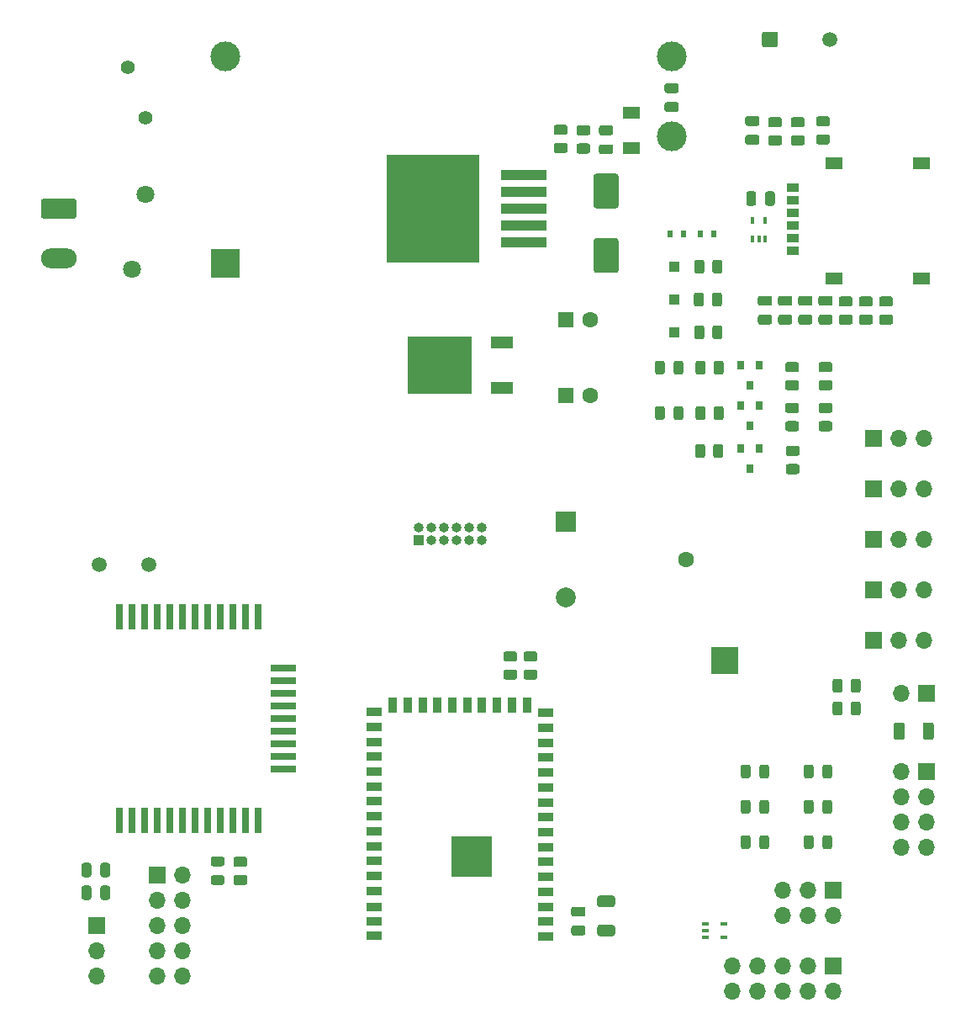
<source format=gts>
%TF.GenerationSoftware,KiCad,Pcbnew,5.1.10-88a1d61d58~90~ubuntu20.04.1*%
%TF.CreationDate,2021-10-12T23:05:44+03:00*%
%TF.ProjectId,Schematic,53636865-6d61-4746-9963-2e6b69636164,rev?*%
%TF.SameCoordinates,Original*%
%TF.FileFunction,Soldermask,Top*%
%TF.FilePolarity,Negative*%
%FSLAX46Y46*%
G04 Gerber Fmt 4.6, Leading zero omitted, Abs format (unit mm)*
G04 Created by KiCad (PCBNEW 5.1.10-88a1d61d58~90~ubuntu20.04.1) date 2021-10-12 23:05:44*
%MOMM*%
%LPD*%
G01*
G04 APERTURE LIST*
%ADD10R,1.800000X1.300000*%
%ADD11R,1.200000X0.900000*%
%ADD12R,1.500000X0.900000*%
%ADD13R,0.900000X1.500000*%
%ADD14R,4.100000X4.100000*%
%ADD15C,1.600000*%
%ADD16R,1.600000X1.600000*%
%ADD17R,3.000000X3.000000*%
%ADD18C,3.000000*%
%ADD19R,0.600000X0.700000*%
%ADD20R,1.000000X1.000000*%
%ADD21O,1.700000X1.700000*%
%ADD22R,1.700000X1.700000*%
%ADD23R,0.650000X0.400000*%
%ADD24O,1.000000X1.000000*%
%ADD25R,9.400000X10.800000*%
%ADD26R,4.600000X1.100000*%
%ADD27R,0.800000X0.900000*%
%ADD28R,0.400000X0.650000*%
%ADD29R,1.700000X1.300000*%
%ADD30C,1.500000*%
%ADD31R,6.400000X5.800000*%
%ADD32R,2.200000X1.200000*%
%ADD33R,2.600000X0.700000*%
%ADD34R,0.700000X2.600000*%
%ADD35C,1.800000*%
%ADD36O,3.600000X2.000000*%
%ADD37C,1.400000*%
%ADD38C,2.000000*%
%ADD39R,2.000000X2.000000*%
%ADD40R,2.700000X2.700000*%
G04 APERTURE END LIST*
D10*
X183986000Y-62992000D03*
X183986000Y-74592000D03*
X192786000Y-62992000D03*
D11*
X179830000Y-65452000D03*
X179830000Y-66722000D03*
X179830000Y-67992000D03*
X179830000Y-69262000D03*
X179830000Y-70532000D03*
X179830000Y-71802000D03*
D10*
X192786000Y-74592000D03*
D12*
X154929000Y-140807000D03*
X154929000Y-119807000D03*
X154929000Y-118307000D03*
D13*
X153054000Y-117557000D03*
X151554000Y-117557000D03*
X150054000Y-117557000D03*
X148554000Y-117557000D03*
X147054000Y-117557000D03*
X145554000Y-117557000D03*
X144054000Y-117557000D03*
X142554000Y-117557000D03*
D12*
X154929000Y-139307000D03*
X154929000Y-137807000D03*
X154929000Y-136307000D03*
X154929000Y-134807000D03*
X154929000Y-133307000D03*
X154929000Y-131807000D03*
X154929000Y-130307000D03*
X154929000Y-128807000D03*
X154929000Y-127307000D03*
X154929000Y-125807000D03*
X154929000Y-124307000D03*
X154929000Y-122807000D03*
X154929000Y-121307000D03*
X137679000Y-134707000D03*
X137679000Y-133207000D03*
X137679000Y-131707000D03*
X137679000Y-130207000D03*
X137679000Y-128707000D03*
X137679000Y-127207000D03*
X137679000Y-125707000D03*
X137679000Y-124207000D03*
X137679000Y-122707000D03*
X137679000Y-121207000D03*
X137679000Y-119707000D03*
X137679000Y-118207000D03*
D13*
X139554000Y-117557000D03*
X141054000Y-117557000D03*
D12*
X137679000Y-136207000D03*
X137679000Y-137807000D03*
X137679000Y-139307000D03*
X137679000Y-140707000D03*
D14*
X147494000Y-132767000D03*
D15*
X159472000Y-78740000D03*
D16*
X156972000Y-78740000D03*
D15*
X159472000Y-86360000D03*
D16*
X156972000Y-86360000D03*
D17*
X122688000Y-73064000D03*
D18*
X167688000Y-60264000D03*
X122688000Y-52264000D03*
X167688000Y-52264000D03*
G36*
G01*
X160036000Y-70536000D02*
X162036000Y-70536000D01*
G75*
G02*
X162286000Y-70786000I0J-250000D01*
G01*
X162286000Y-73786000D01*
G75*
G02*
X162036000Y-74036000I-250000J0D01*
G01*
X160036000Y-74036000D01*
G75*
G02*
X159786000Y-73786000I0J250000D01*
G01*
X159786000Y-70786000D01*
G75*
G02*
X160036000Y-70536000I250000J0D01*
G01*
G37*
G36*
G01*
X160036000Y-64036000D02*
X162036000Y-64036000D01*
G75*
G02*
X162286000Y-64286000I0J-250000D01*
G01*
X162286000Y-67286000D01*
G75*
G02*
X162036000Y-67536000I-250000J0D01*
G01*
X160036000Y-67536000D01*
G75*
G02*
X159786000Y-67286000I0J250000D01*
G01*
X159786000Y-64286000D01*
G75*
G02*
X160036000Y-64036000I250000J0D01*
G01*
G37*
G36*
G01*
X176146000Y-66073000D02*
X176146000Y-67023000D01*
G75*
G02*
X175896000Y-67273000I-250000J0D01*
G01*
X175396000Y-67273000D01*
G75*
G02*
X175146000Y-67023000I0J250000D01*
G01*
X175146000Y-66073000D01*
G75*
G02*
X175396000Y-65823000I250000J0D01*
G01*
X175896000Y-65823000D01*
G75*
G02*
X176146000Y-66073000I0J-250000D01*
G01*
G37*
G36*
G01*
X178046000Y-66073000D02*
X178046000Y-67023000D01*
G75*
G02*
X177796000Y-67273000I-250000J0D01*
G01*
X177296000Y-67273000D01*
G75*
G02*
X177046000Y-67023000I0J250000D01*
G01*
X177046000Y-66073000D01*
G75*
G02*
X177296000Y-65823000I250000J0D01*
G01*
X177796000Y-65823000D01*
G75*
G02*
X178046000Y-66073000I0J-250000D01*
G01*
G37*
D19*
X168848000Y-70104000D03*
X167448000Y-70104000D03*
X171896000Y-70104000D03*
X170496000Y-70104000D03*
D20*
X167894000Y-80010000D03*
X167894000Y-76708000D03*
X167894000Y-73406000D03*
D21*
X193012000Y-90678000D03*
X190472000Y-90678000D03*
D22*
X187932000Y-90678000D03*
D21*
X109728000Y-144780000D03*
X109728000Y-142240000D03*
D22*
X109728000Y-139700000D03*
D23*
X172908000Y-139558000D03*
X172908000Y-140858000D03*
X171008000Y-140208000D03*
X171008000Y-140858000D03*
X171008000Y-139558000D03*
D24*
X148528000Y-99664000D03*
X148528000Y-100934000D03*
X147258000Y-99664000D03*
X147258000Y-100934000D03*
X145988000Y-99664000D03*
X145988000Y-100934000D03*
X144718000Y-99664000D03*
X144718000Y-100934000D03*
X143448000Y-99664000D03*
X143448000Y-100934000D03*
X142178000Y-99664000D03*
D20*
X142178000Y-100934000D03*
D25*
X143625000Y-67564000D03*
D26*
X152775000Y-64164000D03*
X152775000Y-65864000D03*
X152775000Y-67564000D03*
X152775000Y-69264000D03*
X152775000Y-70964000D03*
G36*
G01*
X171699500Y-77158001D02*
X171699500Y-76257999D01*
G75*
G02*
X171949499Y-76008000I249999J0D01*
G01*
X172474501Y-76008000D01*
G75*
G02*
X172724500Y-76257999I0J-249999D01*
G01*
X172724500Y-77158001D01*
G75*
G02*
X172474501Y-77408000I-249999J0D01*
G01*
X171949499Y-77408000D01*
G75*
G02*
X171699500Y-77158001I0J249999D01*
G01*
G37*
G36*
G01*
X169874500Y-77158001D02*
X169874500Y-76257999D01*
G75*
G02*
X170124499Y-76008000I249999J0D01*
G01*
X170649501Y-76008000D01*
G75*
G02*
X170899500Y-76257999I0J-249999D01*
G01*
X170899500Y-77158001D01*
G75*
G02*
X170649501Y-77408000I-249999J0D01*
G01*
X170124499Y-77408000D01*
G75*
G02*
X169874500Y-77158001I0J249999D01*
G01*
G37*
G36*
G01*
X171746500Y-73856001D02*
X171746500Y-72955999D01*
G75*
G02*
X171996499Y-72706000I249999J0D01*
G01*
X172521501Y-72706000D01*
G75*
G02*
X172771500Y-72955999I0J-249999D01*
G01*
X172771500Y-73856001D01*
G75*
G02*
X172521501Y-74106000I-249999J0D01*
G01*
X171996499Y-74106000D01*
G75*
G02*
X171746500Y-73856001I0J249999D01*
G01*
G37*
G36*
G01*
X169921500Y-73856001D02*
X169921500Y-72955999D01*
G75*
G02*
X170171499Y-72706000I249999J0D01*
G01*
X170696501Y-72706000D01*
G75*
G02*
X170946500Y-72955999I0J-249999D01*
G01*
X170946500Y-73856001D01*
G75*
G02*
X170696501Y-74106000I-249999J0D01*
G01*
X170171499Y-74106000D01*
G75*
G02*
X169921500Y-73856001I0J249999D01*
G01*
G37*
G36*
G01*
X180790001Y-59393500D02*
X179889999Y-59393500D01*
G75*
G02*
X179640000Y-59143501I0J249999D01*
G01*
X179640000Y-58618499D01*
G75*
G02*
X179889999Y-58368500I249999J0D01*
G01*
X180790001Y-58368500D01*
G75*
G02*
X181040000Y-58618499I0J-249999D01*
G01*
X181040000Y-59143501D01*
G75*
G02*
X180790001Y-59393500I-249999J0D01*
G01*
G37*
G36*
G01*
X180790001Y-61218500D02*
X179889999Y-61218500D01*
G75*
G02*
X179640000Y-60968501I0J249999D01*
G01*
X179640000Y-60443499D01*
G75*
G02*
X179889999Y-60193500I249999J0D01*
G01*
X180790001Y-60193500D01*
G75*
G02*
X181040000Y-60443499I0J-249999D01*
G01*
X181040000Y-60968501D01*
G75*
G02*
X180790001Y-61218500I-249999J0D01*
G01*
G37*
G36*
G01*
X183330001Y-59290000D02*
X182429999Y-59290000D01*
G75*
G02*
X182180000Y-59040001I0J249999D01*
G01*
X182180000Y-58514999D01*
G75*
G02*
X182429999Y-58265000I249999J0D01*
G01*
X183330001Y-58265000D01*
G75*
G02*
X183580000Y-58514999I0J-249999D01*
G01*
X183580000Y-59040001D01*
G75*
G02*
X183330001Y-59290000I-249999J0D01*
G01*
G37*
G36*
G01*
X183330001Y-61115000D02*
X182429999Y-61115000D01*
G75*
G02*
X182180000Y-60865001I0J249999D01*
G01*
X182180000Y-60339999D01*
G75*
G02*
X182429999Y-60090000I249999J0D01*
G01*
X183330001Y-60090000D01*
G75*
G02*
X183580000Y-60339999I0J-249999D01*
G01*
X183580000Y-60865001D01*
G75*
G02*
X183330001Y-61115000I-249999J0D01*
G01*
G37*
G36*
G01*
X170946500Y-79559999D02*
X170946500Y-80460001D01*
G75*
G02*
X170696501Y-80710000I-249999J0D01*
G01*
X170171499Y-80710000D01*
G75*
G02*
X169921500Y-80460001I0J249999D01*
G01*
X169921500Y-79559999D01*
G75*
G02*
X170171499Y-79310000I249999J0D01*
G01*
X170696501Y-79310000D01*
G75*
G02*
X170946500Y-79559999I0J-249999D01*
G01*
G37*
G36*
G01*
X172771500Y-79559999D02*
X172771500Y-80460001D01*
G75*
G02*
X172521501Y-80710000I-249999J0D01*
G01*
X171996499Y-80710000D01*
G75*
G02*
X171746500Y-80460001I0J249999D01*
G01*
X171746500Y-79559999D01*
G75*
G02*
X171996499Y-79310000I249999J0D01*
G01*
X172521501Y-79310000D01*
G75*
G02*
X172771500Y-79559999I0J-249999D01*
G01*
G37*
G36*
G01*
X178504001Y-59393500D02*
X177603999Y-59393500D01*
G75*
G02*
X177354000Y-59143501I0J249999D01*
G01*
X177354000Y-58618499D01*
G75*
G02*
X177603999Y-58368500I249999J0D01*
G01*
X178504001Y-58368500D01*
G75*
G02*
X178754000Y-58618499I0J-249999D01*
G01*
X178754000Y-59143501D01*
G75*
G02*
X178504001Y-59393500I-249999J0D01*
G01*
G37*
G36*
G01*
X178504001Y-61218500D02*
X177603999Y-61218500D01*
G75*
G02*
X177354000Y-60968501I0J249999D01*
G01*
X177354000Y-60443499D01*
G75*
G02*
X177603999Y-60193500I249999J0D01*
G01*
X178504001Y-60193500D01*
G75*
G02*
X178754000Y-60443499I0J-249999D01*
G01*
X178754000Y-60968501D01*
G75*
G02*
X178504001Y-61218500I-249999J0D01*
G01*
G37*
G36*
G01*
X189680001Y-77427500D02*
X188779999Y-77427500D01*
G75*
G02*
X188530000Y-77177501I0J249999D01*
G01*
X188530000Y-76652499D01*
G75*
G02*
X188779999Y-76402500I249999J0D01*
G01*
X189680001Y-76402500D01*
G75*
G02*
X189930000Y-76652499I0J-249999D01*
G01*
X189930000Y-77177501D01*
G75*
G02*
X189680001Y-77427500I-249999J0D01*
G01*
G37*
G36*
G01*
X189680001Y-79252500D02*
X188779999Y-79252500D01*
G75*
G02*
X188530000Y-79002501I0J249999D01*
G01*
X188530000Y-78477499D01*
G75*
G02*
X188779999Y-78227500I249999J0D01*
G01*
X189680001Y-78227500D01*
G75*
G02*
X189930000Y-78477499I0J-249999D01*
G01*
X189930000Y-79002501D01*
G75*
G02*
X189680001Y-79252500I-249999J0D01*
G01*
G37*
G36*
G01*
X185616001Y-77427500D02*
X184715999Y-77427500D01*
G75*
G02*
X184466000Y-77177501I0J249999D01*
G01*
X184466000Y-76652499D01*
G75*
G02*
X184715999Y-76402500I249999J0D01*
G01*
X185616001Y-76402500D01*
G75*
G02*
X185866000Y-76652499I0J-249999D01*
G01*
X185866000Y-77177501D01*
G75*
G02*
X185616001Y-77427500I-249999J0D01*
G01*
G37*
G36*
G01*
X185616001Y-79252500D02*
X184715999Y-79252500D01*
G75*
G02*
X184466000Y-79002501I0J249999D01*
G01*
X184466000Y-78477499D01*
G75*
G02*
X184715999Y-78227500I249999J0D01*
G01*
X185616001Y-78227500D01*
G75*
G02*
X185866000Y-78477499I0J-249999D01*
G01*
X185866000Y-79002501D01*
G75*
G02*
X185616001Y-79252500I-249999J0D01*
G01*
G37*
G36*
G01*
X187648001Y-77427500D02*
X186747999Y-77427500D01*
G75*
G02*
X186498000Y-77177501I0J249999D01*
G01*
X186498000Y-76652499D01*
G75*
G02*
X186747999Y-76402500I249999J0D01*
G01*
X187648001Y-76402500D01*
G75*
G02*
X187898000Y-76652499I0J-249999D01*
G01*
X187898000Y-77177501D01*
G75*
G02*
X187648001Y-77427500I-249999J0D01*
G01*
G37*
G36*
G01*
X187648001Y-79252500D02*
X186747999Y-79252500D01*
G75*
G02*
X186498000Y-79002501I0J249999D01*
G01*
X186498000Y-78477499D01*
G75*
G02*
X186747999Y-78227500I249999J0D01*
G01*
X187648001Y-78227500D01*
G75*
G02*
X187898000Y-78477499I0J-249999D01*
G01*
X187898000Y-79002501D01*
G75*
G02*
X187648001Y-79252500I-249999J0D01*
G01*
G37*
G36*
G01*
X171050000Y-83115999D02*
X171050000Y-84016001D01*
G75*
G02*
X170800001Y-84266000I-249999J0D01*
G01*
X170274999Y-84266000D01*
G75*
G02*
X170025000Y-84016001I0J249999D01*
G01*
X170025000Y-83115999D01*
G75*
G02*
X170274999Y-82866000I249999J0D01*
G01*
X170800001Y-82866000D01*
G75*
G02*
X171050000Y-83115999I0J-249999D01*
G01*
G37*
G36*
G01*
X172875000Y-83115999D02*
X172875000Y-84016001D01*
G75*
G02*
X172625001Y-84266000I-249999J0D01*
G01*
X172099999Y-84266000D01*
G75*
G02*
X171850000Y-84016001I0J249999D01*
G01*
X171850000Y-83115999D01*
G75*
G02*
X172099999Y-82866000I249999J0D01*
G01*
X172625001Y-82866000D01*
G75*
G02*
X172875000Y-83115999I0J-249999D01*
G01*
G37*
G36*
G01*
X182683999Y-84831500D02*
X183584001Y-84831500D01*
G75*
G02*
X183834000Y-85081499I0J-249999D01*
G01*
X183834000Y-85606501D01*
G75*
G02*
X183584001Y-85856500I-249999J0D01*
G01*
X182683999Y-85856500D01*
G75*
G02*
X182434000Y-85606501I0J249999D01*
G01*
X182434000Y-85081499D01*
G75*
G02*
X182683999Y-84831500I249999J0D01*
G01*
G37*
G36*
G01*
X182683999Y-83006500D02*
X183584001Y-83006500D01*
G75*
G02*
X183834000Y-83256499I0J-249999D01*
G01*
X183834000Y-83781501D01*
G75*
G02*
X183584001Y-84031500I-249999J0D01*
G01*
X182683999Y-84031500D01*
G75*
G02*
X182434000Y-83781501I0J249999D01*
G01*
X182434000Y-83256499D01*
G75*
G02*
X182683999Y-83006500I249999J0D01*
G01*
G37*
G36*
G01*
X179318499Y-84831500D02*
X180218501Y-84831500D01*
G75*
G02*
X180468500Y-85081499I0J-249999D01*
G01*
X180468500Y-85606501D01*
G75*
G02*
X180218501Y-85856500I-249999J0D01*
G01*
X179318499Y-85856500D01*
G75*
G02*
X179068500Y-85606501I0J249999D01*
G01*
X179068500Y-85081499D01*
G75*
G02*
X179318499Y-84831500I249999J0D01*
G01*
G37*
G36*
G01*
X179318499Y-83006500D02*
X180218501Y-83006500D01*
G75*
G02*
X180468500Y-83256499I0J-249999D01*
G01*
X180468500Y-83781501D01*
G75*
G02*
X180218501Y-84031500I-249999J0D01*
G01*
X179318499Y-84031500D01*
G75*
G02*
X179068500Y-83781501I0J249999D01*
G01*
X179068500Y-83256499D01*
G75*
G02*
X179318499Y-83006500I249999J0D01*
G01*
G37*
G36*
G01*
X171050000Y-87687999D02*
X171050000Y-88588001D01*
G75*
G02*
X170800001Y-88838000I-249999J0D01*
G01*
X170274999Y-88838000D01*
G75*
G02*
X170025000Y-88588001I0J249999D01*
G01*
X170025000Y-87687999D01*
G75*
G02*
X170274999Y-87438000I249999J0D01*
G01*
X170800001Y-87438000D01*
G75*
G02*
X171050000Y-87687999I0J-249999D01*
G01*
G37*
G36*
G01*
X172875000Y-87687999D02*
X172875000Y-88588001D01*
G75*
G02*
X172625001Y-88838000I-249999J0D01*
G01*
X172099999Y-88838000D01*
G75*
G02*
X171850000Y-88588001I0J249999D01*
G01*
X171850000Y-87687999D01*
G75*
G02*
X172099999Y-87438000I249999J0D01*
G01*
X172625001Y-87438000D01*
G75*
G02*
X172875000Y-87687999I0J-249999D01*
G01*
G37*
G36*
G01*
X182683999Y-88942500D02*
X183584001Y-88942500D01*
G75*
G02*
X183834000Y-89192499I0J-249999D01*
G01*
X183834000Y-89717501D01*
G75*
G02*
X183584001Y-89967500I-249999J0D01*
G01*
X182683999Y-89967500D01*
G75*
G02*
X182434000Y-89717501I0J249999D01*
G01*
X182434000Y-89192499D01*
G75*
G02*
X182683999Y-88942500I249999J0D01*
G01*
G37*
G36*
G01*
X182683999Y-87117500D02*
X183584001Y-87117500D01*
G75*
G02*
X183834000Y-87367499I0J-249999D01*
G01*
X183834000Y-87892501D01*
G75*
G02*
X183584001Y-88142500I-249999J0D01*
G01*
X182683999Y-88142500D01*
G75*
G02*
X182434000Y-87892501I0J249999D01*
G01*
X182434000Y-87367499D01*
G75*
G02*
X182683999Y-87117500I249999J0D01*
G01*
G37*
G36*
G01*
X179381999Y-93260500D02*
X180282001Y-93260500D01*
G75*
G02*
X180532000Y-93510499I0J-249999D01*
G01*
X180532000Y-94035501D01*
G75*
G02*
X180282001Y-94285500I-249999J0D01*
G01*
X179381999Y-94285500D01*
G75*
G02*
X179132000Y-94035501I0J249999D01*
G01*
X179132000Y-93510499D01*
G75*
G02*
X179381999Y-93260500I249999J0D01*
G01*
G37*
G36*
G01*
X179381999Y-91435500D02*
X180282001Y-91435500D01*
G75*
G02*
X180532000Y-91685499I0J-249999D01*
G01*
X180532000Y-92210501D01*
G75*
G02*
X180282001Y-92460500I-249999J0D01*
G01*
X179381999Y-92460500D01*
G75*
G02*
X179132000Y-92210501I0J249999D01*
G01*
X179132000Y-91685499D01*
G75*
G02*
X179381999Y-91435500I249999J0D01*
G01*
G37*
G36*
G01*
X179318499Y-88942500D02*
X180218501Y-88942500D01*
G75*
G02*
X180468500Y-89192499I0J-249999D01*
G01*
X180468500Y-89717501D01*
G75*
G02*
X180218501Y-89967500I-249999J0D01*
G01*
X179318499Y-89967500D01*
G75*
G02*
X179068500Y-89717501I0J249999D01*
G01*
X179068500Y-89192499D01*
G75*
G02*
X179318499Y-88942500I249999J0D01*
G01*
G37*
G36*
G01*
X179318499Y-87117500D02*
X180218501Y-87117500D01*
G75*
G02*
X180468500Y-87367499I0J-249999D01*
G01*
X180468500Y-87892501D01*
G75*
G02*
X180218501Y-88142500I-249999J0D01*
G01*
X179318499Y-88142500D01*
G75*
G02*
X179068500Y-87892501I0J249999D01*
G01*
X179068500Y-87367499D01*
G75*
G02*
X179318499Y-87117500I249999J0D01*
G01*
G37*
G36*
G01*
X171826500Y-92398001D02*
X171826500Y-91497999D01*
G75*
G02*
X172076499Y-91248000I249999J0D01*
G01*
X172601501Y-91248000D01*
G75*
G02*
X172851500Y-91497999I0J-249999D01*
G01*
X172851500Y-92398001D01*
G75*
G02*
X172601501Y-92648000I-249999J0D01*
G01*
X172076499Y-92648000D01*
G75*
G02*
X171826500Y-92398001I0J249999D01*
G01*
G37*
G36*
G01*
X170001500Y-92398001D02*
X170001500Y-91497999D01*
G75*
G02*
X170251499Y-91248000I249999J0D01*
G01*
X170776501Y-91248000D01*
G75*
G02*
X171026500Y-91497999I0J-249999D01*
G01*
X171026500Y-92398001D01*
G75*
G02*
X170776501Y-92648000I-249999J0D01*
G01*
X170251499Y-92648000D01*
G75*
G02*
X170001500Y-92398001I0J249999D01*
G01*
G37*
G36*
G01*
X156013999Y-60955500D02*
X156914001Y-60955500D01*
G75*
G02*
X157164000Y-61205499I0J-249999D01*
G01*
X157164000Y-61730501D01*
G75*
G02*
X156914001Y-61980500I-249999J0D01*
G01*
X156013999Y-61980500D01*
G75*
G02*
X155764000Y-61730501I0J249999D01*
G01*
X155764000Y-61205499D01*
G75*
G02*
X156013999Y-60955500I249999J0D01*
G01*
G37*
G36*
G01*
X156013999Y-59130500D02*
X156914001Y-59130500D01*
G75*
G02*
X157164000Y-59380499I0J-249999D01*
G01*
X157164000Y-59905501D01*
G75*
G02*
X156914001Y-60155500I-249999J0D01*
G01*
X156013999Y-60155500D01*
G75*
G02*
X155764000Y-59905501I0J249999D01*
G01*
X155764000Y-59380499D01*
G75*
G02*
X156013999Y-59130500I249999J0D01*
G01*
G37*
G36*
G01*
X158299999Y-61002500D02*
X159200001Y-61002500D01*
G75*
G02*
X159450000Y-61252499I0J-249999D01*
G01*
X159450000Y-61777501D01*
G75*
G02*
X159200001Y-62027500I-249999J0D01*
G01*
X158299999Y-62027500D01*
G75*
G02*
X158050000Y-61777501I0J249999D01*
G01*
X158050000Y-61252499D01*
G75*
G02*
X158299999Y-61002500I249999J0D01*
G01*
G37*
G36*
G01*
X158299999Y-59177500D02*
X159200001Y-59177500D01*
G75*
G02*
X159450000Y-59427499I0J-249999D01*
G01*
X159450000Y-59952501D01*
G75*
G02*
X159200001Y-60202500I-249999J0D01*
G01*
X158299999Y-60202500D01*
G75*
G02*
X158050000Y-59952501I0J249999D01*
G01*
X158050000Y-59427499D01*
G75*
G02*
X158299999Y-59177500I249999J0D01*
G01*
G37*
D27*
X175514000Y-85328000D03*
X174564000Y-83328000D03*
X176464000Y-83328000D03*
X175514000Y-89392000D03*
X174564000Y-87392000D03*
X176464000Y-87392000D03*
X175514000Y-93710000D03*
X174564000Y-91710000D03*
X176464000Y-91710000D03*
D28*
X175768000Y-68712000D03*
X177068000Y-68712000D03*
X176418000Y-70612000D03*
X177068000Y-70612000D03*
X175768000Y-70612000D03*
G36*
G01*
X166936000Y-83109750D02*
X166936000Y-84022250D01*
G75*
G02*
X166692250Y-84266000I-243750J0D01*
G01*
X166204750Y-84266000D01*
G75*
G02*
X165961000Y-84022250I0J243750D01*
G01*
X165961000Y-83109750D01*
G75*
G02*
X166204750Y-82866000I243750J0D01*
G01*
X166692250Y-82866000D01*
G75*
G02*
X166936000Y-83109750I0J-243750D01*
G01*
G37*
G36*
G01*
X168811000Y-83109750D02*
X168811000Y-84022250D01*
G75*
G02*
X168567250Y-84266000I-243750J0D01*
G01*
X168079750Y-84266000D01*
G75*
G02*
X167836000Y-84022250I0J243750D01*
G01*
X167836000Y-83109750D01*
G75*
G02*
X168079750Y-82866000I243750J0D01*
G01*
X168567250Y-82866000D01*
G75*
G02*
X168811000Y-83109750I0J-243750D01*
G01*
G37*
G36*
G01*
X166936000Y-87681750D02*
X166936000Y-88594250D01*
G75*
G02*
X166692250Y-88838000I-243750J0D01*
G01*
X166204750Y-88838000D01*
G75*
G02*
X165961000Y-88594250I0J243750D01*
G01*
X165961000Y-87681750D01*
G75*
G02*
X166204750Y-87438000I243750J0D01*
G01*
X166692250Y-87438000D01*
G75*
G02*
X166936000Y-87681750I0J-243750D01*
G01*
G37*
G36*
G01*
X168811000Y-87681750D02*
X168811000Y-88594250D01*
G75*
G02*
X168567250Y-88838000I-243750J0D01*
G01*
X168079750Y-88838000D01*
G75*
G02*
X167836000Y-88594250I0J243750D01*
G01*
X167836000Y-87681750D01*
G75*
G02*
X168079750Y-87438000I243750J0D01*
G01*
X168567250Y-87438000D01*
G75*
G02*
X168811000Y-87681750I0J-243750D01*
G01*
G37*
D29*
X163576000Y-57940000D03*
X163576000Y-61440000D03*
G36*
G01*
X176243000Y-59240000D02*
X175293000Y-59240000D01*
G75*
G02*
X175043000Y-58990000I0J250000D01*
G01*
X175043000Y-58490000D01*
G75*
G02*
X175293000Y-58240000I250000J0D01*
G01*
X176243000Y-58240000D01*
G75*
G02*
X176493000Y-58490000I0J-250000D01*
G01*
X176493000Y-58990000D01*
G75*
G02*
X176243000Y-59240000I-250000J0D01*
G01*
G37*
G36*
G01*
X176243000Y-61140000D02*
X175293000Y-61140000D01*
G75*
G02*
X175043000Y-60890000I0J250000D01*
G01*
X175043000Y-60390000D01*
G75*
G02*
X175293000Y-60140000I250000J0D01*
G01*
X176243000Y-60140000D01*
G75*
G02*
X176493000Y-60390000I0J-250000D01*
G01*
X176493000Y-60890000D01*
G75*
G02*
X176243000Y-61140000I-250000J0D01*
G01*
G37*
G36*
G01*
X182659000Y-78240000D02*
X183609000Y-78240000D01*
G75*
G02*
X183859000Y-78490000I0J-250000D01*
G01*
X183859000Y-78990000D01*
G75*
G02*
X183609000Y-79240000I-250000J0D01*
G01*
X182659000Y-79240000D01*
G75*
G02*
X182409000Y-78990000I0J250000D01*
G01*
X182409000Y-78490000D01*
G75*
G02*
X182659000Y-78240000I250000J0D01*
G01*
G37*
G36*
G01*
X182659000Y-76340000D02*
X183609000Y-76340000D01*
G75*
G02*
X183859000Y-76590000I0J-250000D01*
G01*
X183859000Y-77090000D01*
G75*
G02*
X183609000Y-77340000I-250000J0D01*
G01*
X182659000Y-77340000D01*
G75*
G02*
X182409000Y-77090000I0J250000D01*
G01*
X182409000Y-76590000D01*
G75*
G02*
X182659000Y-76340000I250000J0D01*
G01*
G37*
G36*
G01*
X180627000Y-78240000D02*
X181577000Y-78240000D01*
G75*
G02*
X181827000Y-78490000I0J-250000D01*
G01*
X181827000Y-78990000D01*
G75*
G02*
X181577000Y-79240000I-250000J0D01*
G01*
X180627000Y-79240000D01*
G75*
G02*
X180377000Y-78990000I0J250000D01*
G01*
X180377000Y-78490000D01*
G75*
G02*
X180627000Y-78240000I250000J0D01*
G01*
G37*
G36*
G01*
X180627000Y-76340000D02*
X181577000Y-76340000D01*
G75*
G02*
X181827000Y-76590000I0J-250000D01*
G01*
X181827000Y-77090000D01*
G75*
G02*
X181577000Y-77340000I-250000J0D01*
G01*
X180627000Y-77340000D01*
G75*
G02*
X180377000Y-77090000I0J250000D01*
G01*
X180377000Y-76590000D01*
G75*
G02*
X180627000Y-76340000I250000J0D01*
G01*
G37*
G36*
G01*
X178595000Y-78240000D02*
X179545000Y-78240000D01*
G75*
G02*
X179795000Y-78490000I0J-250000D01*
G01*
X179795000Y-78990000D01*
G75*
G02*
X179545000Y-79240000I-250000J0D01*
G01*
X178595000Y-79240000D01*
G75*
G02*
X178345000Y-78990000I0J250000D01*
G01*
X178345000Y-78490000D01*
G75*
G02*
X178595000Y-78240000I250000J0D01*
G01*
G37*
G36*
G01*
X178595000Y-76340000D02*
X179545000Y-76340000D01*
G75*
G02*
X179795000Y-76590000I0J-250000D01*
G01*
X179795000Y-77090000D01*
G75*
G02*
X179545000Y-77340000I-250000J0D01*
G01*
X178595000Y-77340000D01*
G75*
G02*
X178345000Y-77090000I0J250000D01*
G01*
X178345000Y-76590000D01*
G75*
G02*
X178595000Y-76340000I250000J0D01*
G01*
G37*
G36*
G01*
X176563000Y-78240000D02*
X177513000Y-78240000D01*
G75*
G02*
X177763000Y-78490000I0J-250000D01*
G01*
X177763000Y-78990000D01*
G75*
G02*
X177513000Y-79240000I-250000J0D01*
G01*
X176563000Y-79240000D01*
G75*
G02*
X176313000Y-78990000I0J250000D01*
G01*
X176313000Y-78490000D01*
G75*
G02*
X176563000Y-78240000I250000J0D01*
G01*
G37*
G36*
G01*
X176563000Y-76340000D02*
X177513000Y-76340000D01*
G75*
G02*
X177763000Y-76590000I0J-250000D01*
G01*
X177763000Y-77090000D01*
G75*
G02*
X177513000Y-77340000I-250000J0D01*
G01*
X176563000Y-77340000D01*
G75*
G02*
X176313000Y-77090000I0J250000D01*
G01*
X176313000Y-76590000D01*
G75*
G02*
X176563000Y-76340000I250000J0D01*
G01*
G37*
G36*
G01*
X161511000Y-60190000D02*
X160561000Y-60190000D01*
G75*
G02*
X160311000Y-59940000I0J250000D01*
G01*
X160311000Y-59440000D01*
G75*
G02*
X160561000Y-59190000I250000J0D01*
G01*
X161511000Y-59190000D01*
G75*
G02*
X161761000Y-59440000I0J-250000D01*
G01*
X161761000Y-59940000D01*
G75*
G02*
X161511000Y-60190000I-250000J0D01*
G01*
G37*
G36*
G01*
X161511000Y-62090000D02*
X160561000Y-62090000D01*
G75*
G02*
X160311000Y-61840000I0J250000D01*
G01*
X160311000Y-61340000D01*
G75*
G02*
X160561000Y-61090000I250000J0D01*
G01*
X161511000Y-61090000D01*
G75*
G02*
X161761000Y-61340000I0J-250000D01*
G01*
X161761000Y-61840000D01*
G75*
G02*
X161511000Y-62090000I-250000J0D01*
G01*
G37*
G36*
G01*
X168115000Y-55938000D02*
X167165000Y-55938000D01*
G75*
G02*
X166915000Y-55688000I0J250000D01*
G01*
X166915000Y-55188000D01*
G75*
G02*
X167165000Y-54938000I250000J0D01*
G01*
X168115000Y-54938000D01*
G75*
G02*
X168365000Y-55188000I0J-250000D01*
G01*
X168365000Y-55688000D01*
G75*
G02*
X168115000Y-55938000I-250000J0D01*
G01*
G37*
G36*
G01*
X168115000Y-57838000D02*
X167165000Y-57838000D01*
G75*
G02*
X166915000Y-57588000I0J250000D01*
G01*
X166915000Y-57088000D01*
G75*
G02*
X167165000Y-56838000I250000J0D01*
G01*
X168115000Y-56838000D01*
G75*
G02*
X168365000Y-57088000I0J-250000D01*
G01*
X168365000Y-57588000D01*
G75*
G02*
X168115000Y-57838000I-250000J0D01*
G01*
G37*
D30*
X183546000Y-50546000D03*
G36*
G01*
X178096000Y-51346000D02*
X176996000Y-51346000D01*
G75*
G02*
X176746000Y-51096000I0J250000D01*
G01*
X176746000Y-49996000D01*
G75*
G02*
X176996000Y-49746000I250000J0D01*
G01*
X178096000Y-49746000D01*
G75*
G02*
X178346000Y-49996000I0J-250000D01*
G01*
X178346000Y-51096000D01*
G75*
G02*
X178096000Y-51346000I-250000J0D01*
G01*
G37*
G36*
G01*
X160385999Y-139633000D02*
X161686001Y-139633000D01*
G75*
G02*
X161936000Y-139882999I0J-249999D01*
G01*
X161936000Y-140533001D01*
G75*
G02*
X161686001Y-140783000I-249999J0D01*
G01*
X160385999Y-140783000D01*
G75*
G02*
X160136000Y-140533001I0J249999D01*
G01*
X160136000Y-139882999D01*
G75*
G02*
X160385999Y-139633000I249999J0D01*
G01*
G37*
G36*
G01*
X160385999Y-136683000D02*
X161686001Y-136683000D01*
G75*
G02*
X161936000Y-136932999I0J-249999D01*
G01*
X161936000Y-137583001D01*
G75*
G02*
X161686001Y-137833000I-249999J0D01*
G01*
X160385999Y-137833000D01*
G75*
G02*
X160136000Y-137583001I0J249999D01*
G01*
X160136000Y-136932999D01*
G75*
G02*
X160385999Y-136683000I249999J0D01*
G01*
G37*
D31*
X144272000Y-83312000D03*
D32*
X150572000Y-81032000D03*
X150572000Y-85592000D03*
D33*
X128524000Y-123952000D03*
X128524000Y-122682000D03*
X128524000Y-121412000D03*
X128524000Y-120142000D03*
X128524000Y-113792000D03*
X128524000Y-115062000D03*
X128524000Y-116332000D03*
X128524000Y-117602000D03*
D34*
X112014000Y-108622000D03*
X113284000Y-108622000D03*
X114554000Y-108622000D03*
X115824000Y-108622000D03*
X117094000Y-108622000D03*
X118364000Y-108622000D03*
X119634000Y-108622000D03*
X120904000Y-108622000D03*
X122174000Y-108622000D03*
X123444000Y-108622000D03*
X124714000Y-108622000D03*
X112014000Y-129122000D03*
X113284000Y-129122000D03*
X114554000Y-129122000D03*
X115824000Y-129122000D03*
X117094000Y-129122000D03*
X118364000Y-129122000D03*
X119634000Y-129122000D03*
X120904000Y-129122000D03*
X122174000Y-129122000D03*
X123444000Y-129122000D03*
X124714000Y-129122000D03*
D33*
X128524000Y-118872000D03*
D34*
X125984000Y-108622000D03*
X125984000Y-129122000D03*
D30*
X110000000Y-103378000D03*
X115000000Y-103378000D03*
D35*
X114684000Y-66160000D03*
X113284000Y-73660000D03*
G36*
G01*
X153866001Y-113138000D02*
X152965999Y-113138000D01*
G75*
G02*
X152716000Y-112888001I0J249999D01*
G01*
X152716000Y-112362999D01*
G75*
G02*
X152965999Y-112113000I249999J0D01*
G01*
X153866001Y-112113000D01*
G75*
G02*
X154116000Y-112362999I0J-249999D01*
G01*
X154116000Y-112888001D01*
G75*
G02*
X153866001Y-113138000I-249999J0D01*
G01*
G37*
G36*
G01*
X153866001Y-114963000D02*
X152965999Y-114963000D01*
G75*
G02*
X152716000Y-114713001I0J249999D01*
G01*
X152716000Y-114187999D01*
G75*
G02*
X152965999Y-113938000I249999J0D01*
G01*
X153866001Y-113938000D01*
G75*
G02*
X154116000Y-114187999I0J-249999D01*
G01*
X154116000Y-114713001D01*
G75*
G02*
X153866001Y-114963000I-249999J0D01*
G01*
G37*
G36*
G01*
X151834001Y-113138000D02*
X150933999Y-113138000D01*
G75*
G02*
X150684000Y-112888001I0J249999D01*
G01*
X150684000Y-112362999D01*
G75*
G02*
X150933999Y-112113000I249999J0D01*
G01*
X151834001Y-112113000D01*
G75*
G02*
X152084000Y-112362999I0J-249999D01*
G01*
X152084000Y-112888001D01*
G75*
G02*
X151834001Y-113138000I-249999J0D01*
G01*
G37*
G36*
G01*
X151834001Y-114963000D02*
X150933999Y-114963000D01*
G75*
G02*
X150684000Y-114713001I0J249999D01*
G01*
X150684000Y-114187999D01*
G75*
G02*
X150933999Y-113938000I249999J0D01*
G01*
X151834001Y-113938000D01*
G75*
G02*
X152084000Y-114187999I0J-249999D01*
G01*
X152084000Y-114713001D01*
G75*
G02*
X151834001Y-114963000I-249999J0D01*
G01*
G37*
G36*
G01*
X184869500Y-115119999D02*
X184869500Y-116020001D01*
G75*
G02*
X184619501Y-116270000I-249999J0D01*
G01*
X184094499Y-116270000D01*
G75*
G02*
X183844500Y-116020001I0J249999D01*
G01*
X183844500Y-115119999D01*
G75*
G02*
X184094499Y-114870000I249999J0D01*
G01*
X184619501Y-114870000D01*
G75*
G02*
X184869500Y-115119999I0J-249999D01*
G01*
G37*
G36*
G01*
X186694500Y-115119999D02*
X186694500Y-116020001D01*
G75*
G02*
X186444501Y-116270000I-249999J0D01*
G01*
X185919499Y-116270000D01*
G75*
G02*
X185669500Y-116020001I0J249999D01*
G01*
X185669500Y-115119999D01*
G75*
G02*
X185919499Y-114870000I249999J0D01*
G01*
X186444501Y-114870000D01*
G75*
G02*
X186694500Y-115119999I0J-249999D01*
G01*
G37*
G36*
G01*
X185669500Y-118306001D02*
X185669500Y-117405999D01*
G75*
G02*
X185919499Y-117156000I249999J0D01*
G01*
X186444501Y-117156000D01*
G75*
G02*
X186694500Y-117405999I0J-249999D01*
G01*
X186694500Y-118306001D01*
G75*
G02*
X186444501Y-118556000I-249999J0D01*
G01*
X185919499Y-118556000D01*
G75*
G02*
X185669500Y-118306001I0J249999D01*
G01*
G37*
G36*
G01*
X183844500Y-118306001D02*
X183844500Y-117405999D01*
G75*
G02*
X184094499Y-117156000I249999J0D01*
G01*
X184619501Y-117156000D01*
G75*
G02*
X184869500Y-117405999I0J-249999D01*
G01*
X184869500Y-118306001D01*
G75*
G02*
X184619501Y-118556000I-249999J0D01*
G01*
X184094499Y-118556000D01*
G75*
G02*
X183844500Y-118306001I0J249999D01*
G01*
G37*
G36*
G01*
X123755999Y-134615500D02*
X124656001Y-134615500D01*
G75*
G02*
X124906000Y-134865499I0J-249999D01*
G01*
X124906000Y-135390501D01*
G75*
G02*
X124656001Y-135640500I-249999J0D01*
G01*
X123755999Y-135640500D01*
G75*
G02*
X123506000Y-135390501I0J249999D01*
G01*
X123506000Y-134865499D01*
G75*
G02*
X123755999Y-134615500I249999J0D01*
G01*
G37*
G36*
G01*
X123755999Y-132790500D02*
X124656001Y-132790500D01*
G75*
G02*
X124906000Y-133040499I0J-249999D01*
G01*
X124906000Y-133565501D01*
G75*
G02*
X124656001Y-133815500I-249999J0D01*
G01*
X123755999Y-133815500D01*
G75*
G02*
X123506000Y-133565501I0J249999D01*
G01*
X123506000Y-133040499D01*
G75*
G02*
X123755999Y-132790500I249999J0D01*
G01*
G37*
G36*
G01*
X192924000Y-120767001D02*
X192924000Y-119516999D01*
G75*
G02*
X193173999Y-119267000I249999J0D01*
G01*
X193799001Y-119267000D01*
G75*
G02*
X194049000Y-119516999I0J-249999D01*
G01*
X194049000Y-120767001D01*
G75*
G02*
X193799001Y-121017000I-249999J0D01*
G01*
X193173999Y-121017000D01*
G75*
G02*
X192924000Y-120767001I0J249999D01*
G01*
G37*
G36*
G01*
X189999000Y-120767001D02*
X189999000Y-119516999D01*
G75*
G02*
X190248999Y-119267000I249999J0D01*
G01*
X190874001Y-119267000D01*
G75*
G02*
X191124000Y-119516999I0J-249999D01*
G01*
X191124000Y-120767001D01*
G75*
G02*
X190874001Y-121017000I-249999J0D01*
G01*
X190248999Y-121017000D01*
G75*
G02*
X189999000Y-120767001I0J249999D01*
G01*
G37*
D36*
X105918000Y-72564000D03*
G36*
G01*
X104368000Y-66564000D02*
X107468000Y-66564000D01*
G75*
G02*
X107718000Y-66814000I0J-250000D01*
G01*
X107718000Y-68314000D01*
G75*
G02*
X107468000Y-68564000I-250000J0D01*
G01*
X104368000Y-68564000D01*
G75*
G02*
X104118000Y-68314000I0J250000D01*
G01*
X104118000Y-66814000D01*
G75*
G02*
X104368000Y-66564000I250000J0D01*
G01*
G37*
D21*
X173736000Y-146304000D03*
X173736000Y-143764000D03*
X176276000Y-146304000D03*
X176276000Y-143764000D03*
X178816000Y-146304000D03*
X178816000Y-143764000D03*
X181356000Y-146304000D03*
X181356000Y-143764000D03*
X183896000Y-146304000D03*
D22*
X183896000Y-143764000D03*
D21*
X178816000Y-138684000D03*
X178816000Y-136144000D03*
X181356000Y-138684000D03*
X181356000Y-136144000D03*
X183896000Y-138684000D03*
D22*
X183896000Y-136144000D03*
D21*
X193012000Y-110998000D03*
X190472000Y-110998000D03*
D22*
X187932000Y-110998000D03*
D21*
X190754000Y-131826000D03*
X193294000Y-131826000D03*
X190754000Y-129286000D03*
X193294000Y-129286000D03*
X190754000Y-126746000D03*
X193294000Y-126746000D03*
X190754000Y-124206000D03*
D22*
X193294000Y-124206000D03*
D21*
X193012000Y-100838000D03*
X190472000Y-100838000D03*
D22*
X187932000Y-100838000D03*
D21*
X193012000Y-95758000D03*
X190472000Y-95758000D03*
D22*
X187932000Y-95758000D03*
D21*
X193012000Y-105918000D03*
X190472000Y-105918000D03*
D22*
X187932000Y-105918000D03*
D21*
X118364000Y-144780000D03*
X115824000Y-144780000D03*
X118364000Y-142240000D03*
X115824000Y-142240000D03*
X118364000Y-139700000D03*
X115824000Y-139700000D03*
X118364000Y-137160000D03*
X115824000Y-137160000D03*
X118364000Y-134620000D03*
D22*
X115824000Y-134620000D03*
D21*
X190754000Y-116332000D03*
D22*
X193294000Y-116332000D03*
D37*
X114688000Y-58420000D03*
X112888000Y-53320000D03*
G36*
G01*
X181922000Y-130861750D02*
X181922000Y-131774250D01*
G75*
G02*
X181678250Y-132018000I-243750J0D01*
G01*
X181190750Y-132018000D01*
G75*
G02*
X180947000Y-131774250I0J243750D01*
G01*
X180947000Y-130861750D01*
G75*
G02*
X181190750Y-130618000I243750J0D01*
G01*
X181678250Y-130618000D01*
G75*
G02*
X181922000Y-130861750I0J-243750D01*
G01*
G37*
G36*
G01*
X183797000Y-130861750D02*
X183797000Y-131774250D01*
G75*
G02*
X183553250Y-132018000I-243750J0D01*
G01*
X183065750Y-132018000D01*
G75*
G02*
X182822000Y-131774250I0J243750D01*
G01*
X182822000Y-130861750D01*
G75*
G02*
X183065750Y-130618000I243750J0D01*
G01*
X183553250Y-130618000D01*
G75*
G02*
X183797000Y-130861750I0J-243750D01*
G01*
G37*
G36*
G01*
X181922000Y-127305750D02*
X181922000Y-128218250D01*
G75*
G02*
X181678250Y-128462000I-243750J0D01*
G01*
X181190750Y-128462000D01*
G75*
G02*
X180947000Y-128218250I0J243750D01*
G01*
X180947000Y-127305750D01*
G75*
G02*
X181190750Y-127062000I243750J0D01*
G01*
X181678250Y-127062000D01*
G75*
G02*
X181922000Y-127305750I0J-243750D01*
G01*
G37*
G36*
G01*
X183797000Y-127305750D02*
X183797000Y-128218250D01*
G75*
G02*
X183553250Y-128462000I-243750J0D01*
G01*
X183065750Y-128462000D01*
G75*
G02*
X182822000Y-128218250I0J243750D01*
G01*
X182822000Y-127305750D01*
G75*
G02*
X183065750Y-127062000I243750J0D01*
G01*
X183553250Y-127062000D01*
G75*
G02*
X183797000Y-127305750I0J-243750D01*
G01*
G37*
G36*
G01*
X181922000Y-123749750D02*
X181922000Y-124662250D01*
G75*
G02*
X181678250Y-124906000I-243750J0D01*
G01*
X181190750Y-124906000D01*
G75*
G02*
X180947000Y-124662250I0J243750D01*
G01*
X180947000Y-123749750D01*
G75*
G02*
X181190750Y-123506000I243750J0D01*
G01*
X181678250Y-123506000D01*
G75*
G02*
X181922000Y-123749750I0J-243750D01*
G01*
G37*
G36*
G01*
X183797000Y-123749750D02*
X183797000Y-124662250D01*
G75*
G02*
X183553250Y-124906000I-243750J0D01*
G01*
X183065750Y-124906000D01*
G75*
G02*
X182822000Y-124662250I0J243750D01*
G01*
X182822000Y-123749750D01*
G75*
G02*
X183065750Y-123506000I243750J0D01*
G01*
X183553250Y-123506000D01*
G75*
G02*
X183797000Y-123749750I0J-243750D01*
G01*
G37*
G36*
G01*
X121463750Y-134640500D02*
X122376250Y-134640500D01*
G75*
G02*
X122620000Y-134884250I0J-243750D01*
G01*
X122620000Y-135371750D01*
G75*
G02*
X122376250Y-135615500I-243750J0D01*
G01*
X121463750Y-135615500D01*
G75*
G02*
X121220000Y-135371750I0J243750D01*
G01*
X121220000Y-134884250D01*
G75*
G02*
X121463750Y-134640500I243750J0D01*
G01*
G37*
G36*
G01*
X121463750Y-132765500D02*
X122376250Y-132765500D01*
G75*
G02*
X122620000Y-133009250I0J-243750D01*
G01*
X122620000Y-133496750D01*
G75*
G02*
X122376250Y-133740500I-243750J0D01*
G01*
X121463750Y-133740500D01*
G75*
G02*
X121220000Y-133496750I0J243750D01*
G01*
X121220000Y-133009250D01*
G75*
G02*
X121463750Y-132765500I243750J0D01*
G01*
G37*
G36*
G01*
X176472000Y-131774250D02*
X176472000Y-130861750D01*
G75*
G02*
X176715750Y-130618000I243750J0D01*
G01*
X177203250Y-130618000D01*
G75*
G02*
X177447000Y-130861750I0J-243750D01*
G01*
X177447000Y-131774250D01*
G75*
G02*
X177203250Y-132018000I-243750J0D01*
G01*
X176715750Y-132018000D01*
G75*
G02*
X176472000Y-131774250I0J243750D01*
G01*
G37*
G36*
G01*
X174597000Y-131774250D02*
X174597000Y-130861750D01*
G75*
G02*
X174840750Y-130618000I243750J0D01*
G01*
X175328250Y-130618000D01*
G75*
G02*
X175572000Y-130861750I0J-243750D01*
G01*
X175572000Y-131774250D01*
G75*
G02*
X175328250Y-132018000I-243750J0D01*
G01*
X174840750Y-132018000D01*
G75*
G02*
X174597000Y-131774250I0J243750D01*
G01*
G37*
G36*
G01*
X176472000Y-128218250D02*
X176472000Y-127305750D01*
G75*
G02*
X176715750Y-127062000I243750J0D01*
G01*
X177203250Y-127062000D01*
G75*
G02*
X177447000Y-127305750I0J-243750D01*
G01*
X177447000Y-128218250D01*
G75*
G02*
X177203250Y-128462000I-243750J0D01*
G01*
X176715750Y-128462000D01*
G75*
G02*
X176472000Y-128218250I0J243750D01*
G01*
G37*
G36*
G01*
X174597000Y-128218250D02*
X174597000Y-127305750D01*
G75*
G02*
X174840750Y-127062000I243750J0D01*
G01*
X175328250Y-127062000D01*
G75*
G02*
X175572000Y-127305750I0J-243750D01*
G01*
X175572000Y-128218250D01*
G75*
G02*
X175328250Y-128462000I-243750J0D01*
G01*
X174840750Y-128462000D01*
G75*
G02*
X174597000Y-128218250I0J243750D01*
G01*
G37*
G36*
G01*
X176472000Y-124662250D02*
X176472000Y-123749750D01*
G75*
G02*
X176715750Y-123506000I243750J0D01*
G01*
X177203250Y-123506000D01*
G75*
G02*
X177447000Y-123749750I0J-243750D01*
G01*
X177447000Y-124662250D01*
G75*
G02*
X177203250Y-124906000I-243750J0D01*
G01*
X176715750Y-124906000D01*
G75*
G02*
X176472000Y-124662250I0J243750D01*
G01*
G37*
G36*
G01*
X174597000Y-124662250D02*
X174597000Y-123749750D01*
G75*
G02*
X174840750Y-123506000I243750J0D01*
G01*
X175328250Y-123506000D01*
G75*
G02*
X175572000Y-123749750I0J-243750D01*
G01*
X175572000Y-124662250D01*
G75*
G02*
X175328250Y-124906000I-243750J0D01*
G01*
X174840750Y-124906000D01*
G75*
G02*
X174597000Y-124662250I0J243750D01*
G01*
G37*
G36*
G01*
X109212000Y-133637000D02*
X109212000Y-134587000D01*
G75*
G02*
X108962000Y-134837000I-250000J0D01*
G01*
X108462000Y-134837000D01*
G75*
G02*
X108212000Y-134587000I0J250000D01*
G01*
X108212000Y-133637000D01*
G75*
G02*
X108462000Y-133387000I250000J0D01*
G01*
X108962000Y-133387000D01*
G75*
G02*
X109212000Y-133637000I0J-250000D01*
G01*
G37*
G36*
G01*
X111112000Y-133637000D02*
X111112000Y-134587000D01*
G75*
G02*
X110862000Y-134837000I-250000J0D01*
G01*
X110362000Y-134837000D01*
G75*
G02*
X110112000Y-134587000I0J250000D01*
G01*
X110112000Y-133637000D01*
G75*
G02*
X110362000Y-133387000I250000J0D01*
G01*
X110862000Y-133387000D01*
G75*
G02*
X111112000Y-133637000I0J-250000D01*
G01*
G37*
G36*
G01*
X109212000Y-135923000D02*
X109212000Y-136873000D01*
G75*
G02*
X108962000Y-137123000I-250000J0D01*
G01*
X108462000Y-137123000D01*
G75*
G02*
X108212000Y-136873000I0J250000D01*
G01*
X108212000Y-135923000D01*
G75*
G02*
X108462000Y-135673000I250000J0D01*
G01*
X108962000Y-135673000D01*
G75*
G02*
X109212000Y-135923000I0J-250000D01*
G01*
G37*
G36*
G01*
X111112000Y-135923000D02*
X111112000Y-136873000D01*
G75*
G02*
X110862000Y-137123000I-250000J0D01*
G01*
X110362000Y-137123000D01*
G75*
G02*
X110112000Y-136873000I0J250000D01*
G01*
X110112000Y-135923000D01*
G75*
G02*
X110362000Y-135673000I250000J0D01*
G01*
X110862000Y-135673000D01*
G75*
G02*
X111112000Y-135923000I0J-250000D01*
G01*
G37*
G36*
G01*
X157767000Y-139708000D02*
X158717000Y-139708000D01*
G75*
G02*
X158967000Y-139958000I0J-250000D01*
G01*
X158967000Y-140458000D01*
G75*
G02*
X158717000Y-140708000I-250000J0D01*
G01*
X157767000Y-140708000D01*
G75*
G02*
X157517000Y-140458000I0J250000D01*
G01*
X157517000Y-139958000D01*
G75*
G02*
X157767000Y-139708000I250000J0D01*
G01*
G37*
G36*
G01*
X157767000Y-137808000D02*
X158717000Y-137808000D01*
G75*
G02*
X158967000Y-138058000I0J-250000D01*
G01*
X158967000Y-138558000D01*
G75*
G02*
X158717000Y-138808000I-250000J0D01*
G01*
X157767000Y-138808000D01*
G75*
G02*
X157517000Y-138558000I0J250000D01*
G01*
X157517000Y-138058000D01*
G75*
G02*
X157767000Y-137808000I250000J0D01*
G01*
G37*
D38*
X157000000Y-106660000D03*
D39*
X157000000Y-99060000D03*
D15*
X169124000Y-102860000D03*
D40*
X172974000Y-113030000D03*
M02*

</source>
